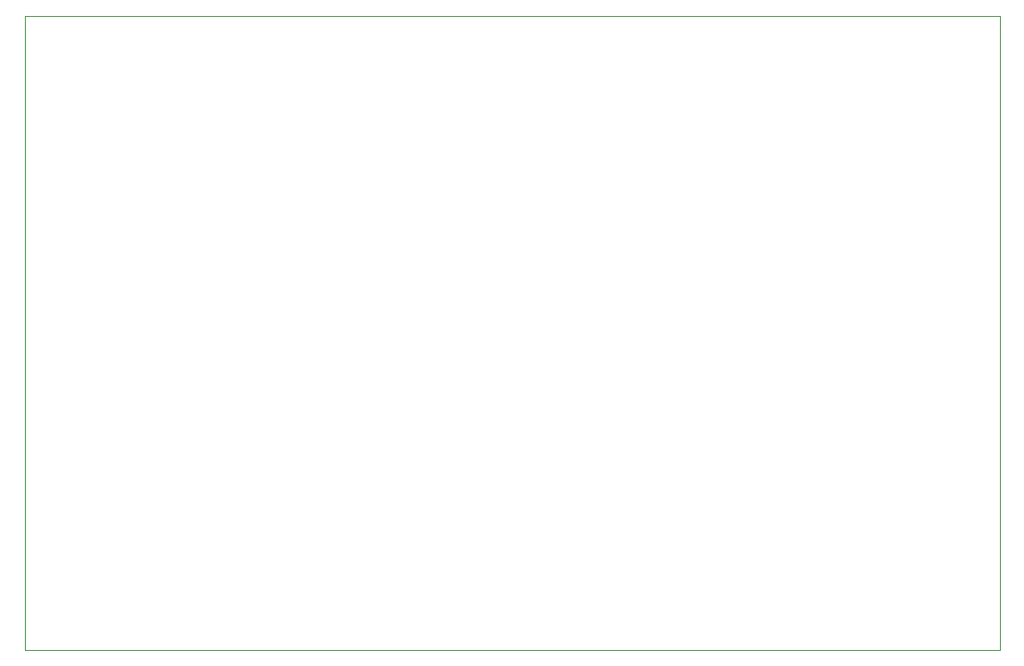
<source format=gbr>
%TF.GenerationSoftware,KiCad,Pcbnew,(5.1.10)-1*%
%TF.CreationDate,2022-05-21T15:35:01-04:00*%
%TF.ProjectId,Tool_Sensor,546f6f6c-5f53-4656-9e73-6f722e6b6963,rev?*%
%TF.SameCoordinates,Original*%
%TF.FileFunction,Profile,NP*%
%FSLAX46Y46*%
G04 Gerber Fmt 4.6, Leading zero omitted, Abs format (unit mm)*
G04 Created by KiCad (PCBNEW (5.1.10)-1) date 2022-05-21 15:35:01*
%MOMM*%
%LPD*%
G01*
G04 APERTURE LIST*
%TA.AperFunction,Profile*%
%ADD10C,0.050000*%
%TD*%
G04 APERTURE END LIST*
D10*
X179070000Y-138430000D02*
X86360000Y-138430000D01*
X179070000Y-78105000D02*
X86360000Y-78105000D01*
X86360000Y-138430000D02*
X86360000Y-78105000D01*
X179070000Y-78105000D02*
X179070000Y-138430000D01*
M02*

</source>
